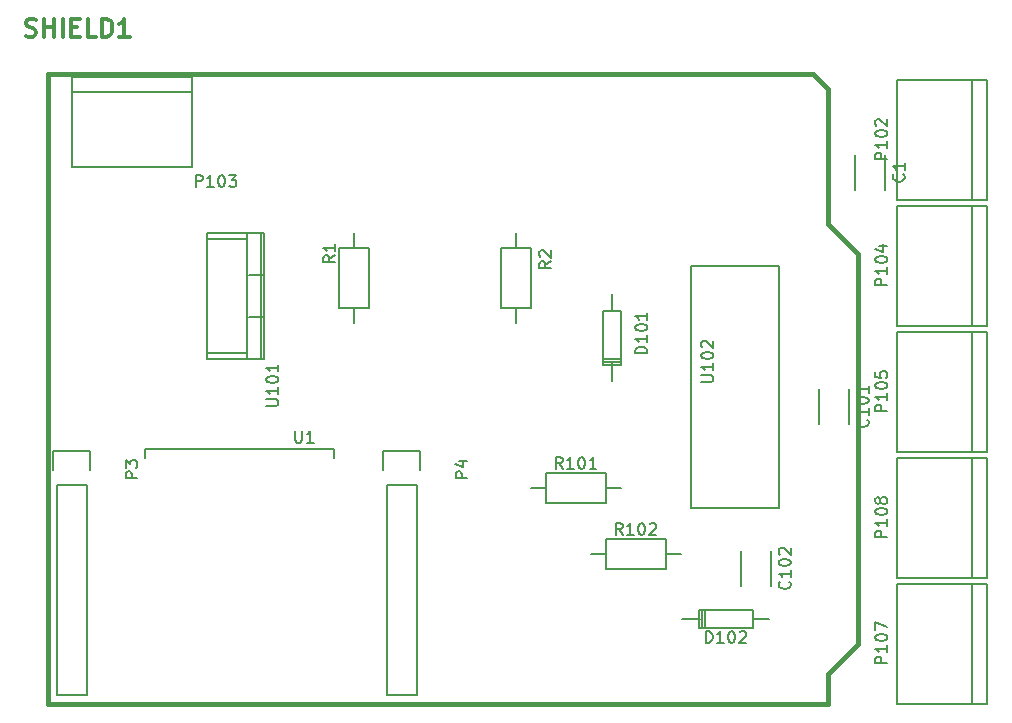
<source format=gbr>
G04 #@! TF.FileFunction,Legend,Top*
%FSLAX46Y46*%
G04 Gerber Fmt 4.6, Leading zero omitted, Abs format (unit mm)*
G04 Created by KiCad (PCBNEW 4.0.2+dfsg1-stable) date sáb 28 ene 2017 09:14:19 CET*
%MOMM*%
G01*
G04 APERTURE LIST*
%ADD10C,0.100000*%
%ADD11C,0.381000*%
%ADD12C,0.150000*%
%ADD13C,0.152400*%
%ADD14C,0.304800*%
G04 APERTURE END LIST*
D10*
D11*
X138176000Y-44196000D02*
X138176000Y-32766000D01*
X138176000Y-32766000D02*
X136906000Y-31496000D01*
X136906000Y-31496000D02*
X72136000Y-31496000D01*
X138176000Y-84836000D02*
X72136000Y-84836000D01*
X72136000Y-84836000D02*
X72136000Y-31496000D01*
X138176000Y-44196000D02*
X140716000Y-46736000D01*
X140716000Y-46736000D02*
X140716000Y-79756000D01*
X140716000Y-79756000D02*
X138176000Y-82296000D01*
X138176000Y-82296000D02*
X138176000Y-84836000D01*
D12*
X72898000Y-66294000D02*
X72898000Y-84074000D01*
X72898000Y-84074000D02*
X75438000Y-84074000D01*
X75438000Y-84074000D02*
X75438000Y-66294000D01*
X72618000Y-63474000D02*
X72618000Y-65024000D01*
X72898000Y-66294000D02*
X75438000Y-66294000D01*
X75718000Y-65024000D02*
X75718000Y-63474000D01*
X75718000Y-63474000D02*
X72618000Y-63474000D01*
D13*
X96354900Y-64033400D02*
X96354900Y-63271400D01*
X96354900Y-63271400D02*
X80352900Y-63271400D01*
X80352900Y-63271400D02*
X80352900Y-64033400D01*
D12*
X100838000Y-66294000D02*
X100838000Y-84074000D01*
X100838000Y-84074000D02*
X103378000Y-84074000D01*
X103378000Y-84074000D02*
X103378000Y-66294000D01*
X100558000Y-63474000D02*
X100558000Y-65024000D01*
X100838000Y-66294000D02*
X103378000Y-66294000D01*
X103658000Y-65024000D02*
X103658000Y-63474000D01*
X103658000Y-63474000D02*
X100558000Y-63474000D01*
X142982000Y-38358000D02*
X142982000Y-41358000D01*
X140482000Y-41358000D02*
X140482000Y-38358000D01*
X139934000Y-58170000D02*
X139934000Y-61170000D01*
X137434000Y-61170000D02*
X137434000Y-58170000D01*
X133330000Y-71886000D02*
X133330000Y-74886000D01*
X130830000Y-74886000D02*
X130830000Y-71886000D01*
X119885460Y-51561480D02*
X119885460Y-50164480D01*
X119885460Y-56006480D02*
X119885460Y-57530480D01*
X119123460Y-55625480D02*
X120647460Y-55625480D01*
X119123460Y-55879480D02*
X120647460Y-55879480D01*
X119885460Y-56133480D02*
X120647460Y-56133480D01*
X120647460Y-56133480D02*
X120647460Y-51561480D01*
X120647460Y-51561480D02*
X119123460Y-51561480D01*
X119123460Y-51561480D02*
X119123460Y-56133480D01*
X119123460Y-56133480D02*
X119885460Y-56133480D01*
X131826520Y-77721460D02*
X133223520Y-77721460D01*
X127381520Y-77721460D02*
X125857520Y-77721460D01*
X127762520Y-76959460D02*
X127762520Y-78483460D01*
X127508520Y-76959460D02*
X127508520Y-78483460D01*
X127254520Y-77721460D02*
X127254520Y-78483460D01*
X127254520Y-78483460D02*
X131826520Y-78483460D01*
X131826520Y-78483460D02*
X131826520Y-76959460D01*
X131826520Y-76959460D02*
X127254520Y-76959460D01*
X127254520Y-76959460D02*
X127254520Y-77721460D01*
X150368000Y-53340000D02*
X150368000Y-63500000D01*
X151638000Y-53340000D02*
X144018000Y-53340000D01*
X144018000Y-53340000D02*
X144018000Y-63500000D01*
X144018000Y-63500000D02*
X151638000Y-63500000D01*
X151638000Y-63500000D02*
X151638000Y-53340000D01*
X150368000Y-74676000D02*
X150368000Y-84836000D01*
X151638000Y-74676000D02*
X144018000Y-74676000D01*
X144018000Y-74676000D02*
X144018000Y-84836000D01*
X144018000Y-84836000D02*
X151638000Y-84836000D01*
X151638000Y-84836000D02*
X151638000Y-74676000D01*
X114300000Y-65278000D02*
X119380000Y-65278000D01*
X119380000Y-65278000D02*
X119380000Y-67818000D01*
X119380000Y-67818000D02*
X114300000Y-67818000D01*
X114300000Y-67818000D02*
X114300000Y-65278000D01*
X114300000Y-66548000D02*
X113030000Y-66548000D01*
X119380000Y-66548000D02*
X120650000Y-66548000D01*
X119380000Y-70866000D02*
X124460000Y-70866000D01*
X124460000Y-70866000D02*
X124460000Y-73406000D01*
X124460000Y-73406000D02*
X119380000Y-73406000D01*
X119380000Y-73406000D02*
X119380000Y-70866000D01*
X119380000Y-72136000D02*
X118110000Y-72136000D01*
X124460000Y-72136000D02*
X125730000Y-72136000D01*
X134088000Y-47792000D02*
X134088000Y-68292000D01*
X134088000Y-68292000D02*
X126588000Y-68292000D01*
X126588000Y-68292000D02*
X126588000Y-47792000D01*
X126588000Y-47792000D02*
X134088000Y-47792000D01*
X150368000Y-32004000D02*
X150368000Y-42164000D01*
X151638000Y-32004000D02*
X144018000Y-32004000D01*
X144018000Y-32004000D02*
X144018000Y-42164000D01*
X144018000Y-42164000D02*
X151638000Y-42164000D01*
X151638000Y-42164000D02*
X151638000Y-32004000D01*
X74168000Y-33020000D02*
X84328000Y-33020000D01*
X74168000Y-31750000D02*
X74168000Y-39370000D01*
X74168000Y-39370000D02*
X84328000Y-39370000D01*
X84328000Y-39370000D02*
X84328000Y-31750000D01*
X84328000Y-31750000D02*
X74168000Y-31750000D01*
X150368000Y-42672000D02*
X150368000Y-52832000D01*
X151638000Y-42672000D02*
X144018000Y-42672000D01*
X144018000Y-42672000D02*
X144018000Y-52832000D01*
X144018000Y-52832000D02*
X151638000Y-52832000D01*
X151638000Y-52832000D02*
X151638000Y-42672000D01*
X89027000Y-55118000D02*
X85598000Y-55118000D01*
X89027000Y-45466000D02*
X85598000Y-45466000D01*
X90170000Y-55626000D02*
X90170000Y-44958000D01*
X89154000Y-52070000D02*
X90424000Y-52070000D01*
X89154000Y-48514000D02*
X90424000Y-48514000D01*
X89027000Y-44958000D02*
X89027000Y-55626000D01*
X85598000Y-55626000D02*
X85598000Y-44958000D01*
X90424000Y-44958000D02*
X85598000Y-44958000D01*
X90424000Y-55626000D02*
X85598000Y-55626000D01*
X90424000Y-55626000D02*
X90424000Y-44958000D01*
X150368000Y-64008000D02*
X150368000Y-74168000D01*
X151638000Y-64008000D02*
X144018000Y-64008000D01*
X144018000Y-64008000D02*
X144018000Y-74168000D01*
X144018000Y-74168000D02*
X151638000Y-74168000D01*
X151638000Y-74168000D02*
X151638000Y-64008000D01*
X96774000Y-51308000D02*
X96774000Y-46228000D01*
X96774000Y-46228000D02*
X99314000Y-46228000D01*
X99314000Y-46228000D02*
X99314000Y-51308000D01*
X99314000Y-51308000D02*
X96774000Y-51308000D01*
X98044000Y-51308000D02*
X98044000Y-52578000D01*
X98044000Y-46228000D02*
X98044000Y-44958000D01*
X110490000Y-51308000D02*
X110490000Y-46228000D01*
X110490000Y-46228000D02*
X113030000Y-46228000D01*
X113030000Y-46228000D02*
X113030000Y-51308000D01*
X113030000Y-51308000D02*
X110490000Y-51308000D01*
X111760000Y-51308000D02*
X111760000Y-52578000D01*
X111760000Y-46228000D02*
X111760000Y-44958000D01*
D14*
X70285429Y-28302857D02*
X70503143Y-28375429D01*
X70866000Y-28375429D01*
X71011143Y-28302857D01*
X71083714Y-28230286D01*
X71156286Y-28085143D01*
X71156286Y-27940000D01*
X71083714Y-27794857D01*
X71011143Y-27722286D01*
X70866000Y-27649714D01*
X70575714Y-27577143D01*
X70430572Y-27504571D01*
X70358000Y-27432000D01*
X70285429Y-27286857D01*
X70285429Y-27141714D01*
X70358000Y-26996571D01*
X70430572Y-26924000D01*
X70575714Y-26851429D01*
X70938572Y-26851429D01*
X71156286Y-26924000D01*
X71809429Y-28375429D02*
X71809429Y-26851429D01*
X71809429Y-27577143D02*
X72680286Y-27577143D01*
X72680286Y-28375429D02*
X72680286Y-26851429D01*
X73406000Y-28375429D02*
X73406000Y-26851429D01*
X74131714Y-27577143D02*
X74639714Y-27577143D01*
X74857428Y-28375429D02*
X74131714Y-28375429D01*
X74131714Y-26851429D01*
X74857428Y-26851429D01*
X76236285Y-28375429D02*
X75510571Y-28375429D01*
X75510571Y-26851429D01*
X76744285Y-28375429D02*
X76744285Y-26851429D01*
X77107142Y-26851429D01*
X77324857Y-26924000D01*
X77469999Y-27069143D01*
X77542571Y-27214286D01*
X77615142Y-27504571D01*
X77615142Y-27722286D01*
X77542571Y-28012571D01*
X77469999Y-28157714D01*
X77324857Y-28302857D01*
X77107142Y-28375429D01*
X76744285Y-28375429D01*
X79066571Y-28375429D02*
X78195714Y-28375429D01*
X78631142Y-28375429D02*
X78631142Y-26851429D01*
X78485999Y-27069143D01*
X78340857Y-27214286D01*
X78195714Y-27286857D01*
D12*
X79720381Y-65762095D02*
X78720381Y-65762095D01*
X78720381Y-65381142D01*
X78768000Y-65285904D01*
X78815619Y-65238285D01*
X78910857Y-65190666D01*
X79053714Y-65190666D01*
X79148952Y-65238285D01*
X79196571Y-65285904D01*
X79244190Y-65381142D01*
X79244190Y-65762095D01*
X78720381Y-64857333D02*
X78720381Y-64238285D01*
X79101333Y-64571619D01*
X79101333Y-64428761D01*
X79148952Y-64333523D01*
X79196571Y-64285904D01*
X79291810Y-64238285D01*
X79529905Y-64238285D01*
X79625143Y-64285904D01*
X79672762Y-64333523D01*
X79720381Y-64428761D01*
X79720381Y-64714476D01*
X79672762Y-64809714D01*
X79625143Y-64857333D01*
X93076995Y-61744781D02*
X93076995Y-62554305D01*
X93124614Y-62649543D01*
X93172233Y-62697162D01*
X93267471Y-62744781D01*
X93457948Y-62744781D01*
X93553186Y-62697162D01*
X93600805Y-62649543D01*
X93648424Y-62554305D01*
X93648424Y-61744781D01*
X94648424Y-62744781D02*
X94076995Y-62744781D01*
X94362709Y-62744781D02*
X94362709Y-61744781D01*
X94267471Y-61887638D01*
X94172233Y-61982876D01*
X94076995Y-62030495D01*
X107660381Y-65762095D02*
X106660381Y-65762095D01*
X106660381Y-65381142D01*
X106708000Y-65285904D01*
X106755619Y-65238285D01*
X106850857Y-65190666D01*
X106993714Y-65190666D01*
X107088952Y-65238285D01*
X107136571Y-65285904D01*
X107184190Y-65381142D01*
X107184190Y-65762095D01*
X106993714Y-64333523D02*
X107660381Y-64333523D01*
X106612762Y-64571619D02*
X107327048Y-64809714D01*
X107327048Y-64190666D01*
X144589143Y-40024666D02*
X144636762Y-40072285D01*
X144684381Y-40215142D01*
X144684381Y-40310380D01*
X144636762Y-40453238D01*
X144541524Y-40548476D01*
X144446286Y-40596095D01*
X144255810Y-40643714D01*
X144112952Y-40643714D01*
X143922476Y-40596095D01*
X143827238Y-40548476D01*
X143732000Y-40453238D01*
X143684381Y-40310380D01*
X143684381Y-40215142D01*
X143732000Y-40072285D01*
X143779619Y-40024666D01*
X144684381Y-39072285D02*
X144684381Y-39643714D01*
X144684381Y-39358000D02*
X143684381Y-39358000D01*
X143827238Y-39453238D01*
X143922476Y-39548476D01*
X143970095Y-39643714D01*
X141541143Y-60789047D02*
X141588762Y-60836666D01*
X141636381Y-60979523D01*
X141636381Y-61074761D01*
X141588762Y-61217619D01*
X141493524Y-61312857D01*
X141398286Y-61360476D01*
X141207810Y-61408095D01*
X141064952Y-61408095D01*
X140874476Y-61360476D01*
X140779238Y-61312857D01*
X140684000Y-61217619D01*
X140636381Y-61074761D01*
X140636381Y-60979523D01*
X140684000Y-60836666D01*
X140731619Y-60789047D01*
X141636381Y-59836666D02*
X141636381Y-60408095D01*
X141636381Y-60122381D02*
X140636381Y-60122381D01*
X140779238Y-60217619D01*
X140874476Y-60312857D01*
X140922095Y-60408095D01*
X140636381Y-59217619D02*
X140636381Y-59122380D01*
X140684000Y-59027142D01*
X140731619Y-58979523D01*
X140826857Y-58931904D01*
X141017333Y-58884285D01*
X141255429Y-58884285D01*
X141445905Y-58931904D01*
X141541143Y-58979523D01*
X141588762Y-59027142D01*
X141636381Y-59122380D01*
X141636381Y-59217619D01*
X141588762Y-59312857D01*
X141541143Y-59360476D01*
X141445905Y-59408095D01*
X141255429Y-59455714D01*
X141017333Y-59455714D01*
X140826857Y-59408095D01*
X140731619Y-59360476D01*
X140684000Y-59312857D01*
X140636381Y-59217619D01*
X141636381Y-57931904D02*
X141636381Y-58503333D01*
X141636381Y-58217619D02*
X140636381Y-58217619D01*
X140779238Y-58312857D01*
X140874476Y-58408095D01*
X140922095Y-58503333D01*
X134937143Y-74505047D02*
X134984762Y-74552666D01*
X135032381Y-74695523D01*
X135032381Y-74790761D01*
X134984762Y-74933619D01*
X134889524Y-75028857D01*
X134794286Y-75076476D01*
X134603810Y-75124095D01*
X134460952Y-75124095D01*
X134270476Y-75076476D01*
X134175238Y-75028857D01*
X134080000Y-74933619D01*
X134032381Y-74790761D01*
X134032381Y-74695523D01*
X134080000Y-74552666D01*
X134127619Y-74505047D01*
X135032381Y-73552666D02*
X135032381Y-74124095D01*
X135032381Y-73838381D02*
X134032381Y-73838381D01*
X134175238Y-73933619D01*
X134270476Y-74028857D01*
X134318095Y-74124095D01*
X134032381Y-72933619D02*
X134032381Y-72838380D01*
X134080000Y-72743142D01*
X134127619Y-72695523D01*
X134222857Y-72647904D01*
X134413333Y-72600285D01*
X134651429Y-72600285D01*
X134841905Y-72647904D01*
X134937143Y-72695523D01*
X134984762Y-72743142D01*
X135032381Y-72838380D01*
X135032381Y-72933619D01*
X134984762Y-73028857D01*
X134937143Y-73076476D01*
X134841905Y-73124095D01*
X134651429Y-73171714D01*
X134413333Y-73171714D01*
X134222857Y-73124095D01*
X134127619Y-73076476D01*
X134080000Y-73028857D01*
X134032381Y-72933619D01*
X134127619Y-72219333D02*
X134080000Y-72171714D01*
X134032381Y-72076476D01*
X134032381Y-71838380D01*
X134080000Y-71743142D01*
X134127619Y-71695523D01*
X134222857Y-71647904D01*
X134318095Y-71647904D01*
X134460952Y-71695523D01*
X135032381Y-72266952D01*
X135032381Y-71647904D01*
X122877841Y-55187956D02*
X121877841Y-55187956D01*
X121877841Y-54949861D01*
X121925460Y-54807003D01*
X122020698Y-54711765D01*
X122115936Y-54664146D01*
X122306412Y-54616527D01*
X122449270Y-54616527D01*
X122639746Y-54664146D01*
X122734984Y-54711765D01*
X122830222Y-54807003D01*
X122877841Y-54949861D01*
X122877841Y-55187956D01*
X122877841Y-53664146D02*
X122877841Y-54235575D01*
X122877841Y-53949861D02*
X121877841Y-53949861D01*
X122020698Y-54045099D01*
X122115936Y-54140337D01*
X122163555Y-54235575D01*
X121877841Y-53045099D02*
X121877841Y-52949860D01*
X121925460Y-52854622D01*
X121973079Y-52807003D01*
X122068317Y-52759384D01*
X122258793Y-52711765D01*
X122496889Y-52711765D01*
X122687365Y-52759384D01*
X122782603Y-52807003D01*
X122830222Y-52854622D01*
X122877841Y-52949860D01*
X122877841Y-53045099D01*
X122830222Y-53140337D01*
X122782603Y-53187956D01*
X122687365Y-53235575D01*
X122496889Y-53283194D01*
X122258793Y-53283194D01*
X122068317Y-53235575D01*
X121973079Y-53187956D01*
X121925460Y-53140337D01*
X121877841Y-53045099D01*
X122877841Y-51759384D02*
X122877841Y-52330813D01*
X122877841Y-52045099D02*
X121877841Y-52045099D01*
X122020698Y-52140337D01*
X122115936Y-52235575D01*
X122163555Y-52330813D01*
X127849524Y-79700381D02*
X127849524Y-78700381D01*
X128087619Y-78700381D01*
X128230477Y-78748000D01*
X128325715Y-78843238D01*
X128373334Y-78938476D01*
X128420953Y-79128952D01*
X128420953Y-79271810D01*
X128373334Y-79462286D01*
X128325715Y-79557524D01*
X128230477Y-79652762D01*
X128087619Y-79700381D01*
X127849524Y-79700381D01*
X129373334Y-79700381D02*
X128801905Y-79700381D01*
X129087619Y-79700381D02*
X129087619Y-78700381D01*
X128992381Y-78843238D01*
X128897143Y-78938476D01*
X128801905Y-78986095D01*
X129992381Y-78700381D02*
X130087620Y-78700381D01*
X130182858Y-78748000D01*
X130230477Y-78795619D01*
X130278096Y-78890857D01*
X130325715Y-79081333D01*
X130325715Y-79319429D01*
X130278096Y-79509905D01*
X130230477Y-79605143D01*
X130182858Y-79652762D01*
X130087620Y-79700381D01*
X129992381Y-79700381D01*
X129897143Y-79652762D01*
X129849524Y-79605143D01*
X129801905Y-79509905D01*
X129754286Y-79319429D01*
X129754286Y-79081333D01*
X129801905Y-78890857D01*
X129849524Y-78795619D01*
X129897143Y-78748000D01*
X129992381Y-78700381D01*
X130706667Y-78795619D02*
X130754286Y-78748000D01*
X130849524Y-78700381D01*
X131087620Y-78700381D01*
X131182858Y-78748000D01*
X131230477Y-78795619D01*
X131278096Y-78890857D01*
X131278096Y-78986095D01*
X131230477Y-79128952D01*
X130659048Y-79700381D01*
X131278096Y-79700381D01*
X143200381Y-60110476D02*
X142200381Y-60110476D01*
X142200381Y-59729523D01*
X142248000Y-59634285D01*
X142295619Y-59586666D01*
X142390857Y-59539047D01*
X142533714Y-59539047D01*
X142628952Y-59586666D01*
X142676571Y-59634285D01*
X142724190Y-59729523D01*
X142724190Y-60110476D01*
X143200381Y-58586666D02*
X143200381Y-59158095D01*
X143200381Y-58872381D02*
X142200381Y-58872381D01*
X142343238Y-58967619D01*
X142438476Y-59062857D01*
X142486095Y-59158095D01*
X142200381Y-57967619D02*
X142200381Y-57872380D01*
X142248000Y-57777142D01*
X142295619Y-57729523D01*
X142390857Y-57681904D01*
X142581333Y-57634285D01*
X142819429Y-57634285D01*
X143009905Y-57681904D01*
X143105143Y-57729523D01*
X143152762Y-57777142D01*
X143200381Y-57872380D01*
X143200381Y-57967619D01*
X143152762Y-58062857D01*
X143105143Y-58110476D01*
X143009905Y-58158095D01*
X142819429Y-58205714D01*
X142581333Y-58205714D01*
X142390857Y-58158095D01*
X142295619Y-58110476D01*
X142248000Y-58062857D01*
X142200381Y-57967619D01*
X142200381Y-56729523D02*
X142200381Y-57205714D01*
X142676571Y-57253333D01*
X142628952Y-57205714D01*
X142581333Y-57110476D01*
X142581333Y-56872380D01*
X142628952Y-56777142D01*
X142676571Y-56729523D01*
X142771810Y-56681904D01*
X143009905Y-56681904D01*
X143105143Y-56729523D01*
X143152762Y-56777142D01*
X143200381Y-56872380D01*
X143200381Y-57110476D01*
X143152762Y-57205714D01*
X143105143Y-57253333D01*
X143200381Y-81446476D02*
X142200381Y-81446476D01*
X142200381Y-81065523D01*
X142248000Y-80970285D01*
X142295619Y-80922666D01*
X142390857Y-80875047D01*
X142533714Y-80875047D01*
X142628952Y-80922666D01*
X142676571Y-80970285D01*
X142724190Y-81065523D01*
X142724190Y-81446476D01*
X143200381Y-79922666D02*
X143200381Y-80494095D01*
X143200381Y-80208381D02*
X142200381Y-80208381D01*
X142343238Y-80303619D01*
X142438476Y-80398857D01*
X142486095Y-80494095D01*
X142200381Y-79303619D02*
X142200381Y-79208380D01*
X142248000Y-79113142D01*
X142295619Y-79065523D01*
X142390857Y-79017904D01*
X142581333Y-78970285D01*
X142819429Y-78970285D01*
X143009905Y-79017904D01*
X143105143Y-79065523D01*
X143152762Y-79113142D01*
X143200381Y-79208380D01*
X143200381Y-79303619D01*
X143152762Y-79398857D01*
X143105143Y-79446476D01*
X143009905Y-79494095D01*
X142819429Y-79541714D01*
X142581333Y-79541714D01*
X142390857Y-79494095D01*
X142295619Y-79446476D01*
X142248000Y-79398857D01*
X142200381Y-79303619D01*
X142200381Y-78636952D02*
X142200381Y-77970285D01*
X143200381Y-78398857D01*
X115720953Y-64968381D02*
X115387619Y-64492190D01*
X115149524Y-64968381D02*
X115149524Y-63968381D01*
X115530477Y-63968381D01*
X115625715Y-64016000D01*
X115673334Y-64063619D01*
X115720953Y-64158857D01*
X115720953Y-64301714D01*
X115673334Y-64396952D01*
X115625715Y-64444571D01*
X115530477Y-64492190D01*
X115149524Y-64492190D01*
X116673334Y-64968381D02*
X116101905Y-64968381D01*
X116387619Y-64968381D02*
X116387619Y-63968381D01*
X116292381Y-64111238D01*
X116197143Y-64206476D01*
X116101905Y-64254095D01*
X117292381Y-63968381D02*
X117387620Y-63968381D01*
X117482858Y-64016000D01*
X117530477Y-64063619D01*
X117578096Y-64158857D01*
X117625715Y-64349333D01*
X117625715Y-64587429D01*
X117578096Y-64777905D01*
X117530477Y-64873143D01*
X117482858Y-64920762D01*
X117387620Y-64968381D01*
X117292381Y-64968381D01*
X117197143Y-64920762D01*
X117149524Y-64873143D01*
X117101905Y-64777905D01*
X117054286Y-64587429D01*
X117054286Y-64349333D01*
X117101905Y-64158857D01*
X117149524Y-64063619D01*
X117197143Y-64016000D01*
X117292381Y-63968381D01*
X118578096Y-64968381D02*
X118006667Y-64968381D01*
X118292381Y-64968381D02*
X118292381Y-63968381D01*
X118197143Y-64111238D01*
X118101905Y-64206476D01*
X118006667Y-64254095D01*
X120800953Y-70556381D02*
X120467619Y-70080190D01*
X120229524Y-70556381D02*
X120229524Y-69556381D01*
X120610477Y-69556381D01*
X120705715Y-69604000D01*
X120753334Y-69651619D01*
X120800953Y-69746857D01*
X120800953Y-69889714D01*
X120753334Y-69984952D01*
X120705715Y-70032571D01*
X120610477Y-70080190D01*
X120229524Y-70080190D01*
X121753334Y-70556381D02*
X121181905Y-70556381D01*
X121467619Y-70556381D02*
X121467619Y-69556381D01*
X121372381Y-69699238D01*
X121277143Y-69794476D01*
X121181905Y-69842095D01*
X122372381Y-69556381D02*
X122467620Y-69556381D01*
X122562858Y-69604000D01*
X122610477Y-69651619D01*
X122658096Y-69746857D01*
X122705715Y-69937333D01*
X122705715Y-70175429D01*
X122658096Y-70365905D01*
X122610477Y-70461143D01*
X122562858Y-70508762D01*
X122467620Y-70556381D01*
X122372381Y-70556381D01*
X122277143Y-70508762D01*
X122229524Y-70461143D01*
X122181905Y-70365905D01*
X122134286Y-70175429D01*
X122134286Y-69937333D01*
X122181905Y-69746857D01*
X122229524Y-69651619D01*
X122277143Y-69604000D01*
X122372381Y-69556381D01*
X123086667Y-69651619D02*
X123134286Y-69604000D01*
X123229524Y-69556381D01*
X123467620Y-69556381D01*
X123562858Y-69604000D01*
X123610477Y-69651619D01*
X123658096Y-69746857D01*
X123658096Y-69842095D01*
X123610477Y-69984952D01*
X123039048Y-70556381D01*
X123658096Y-70556381D01*
X127468381Y-57594286D02*
X128277905Y-57594286D01*
X128373143Y-57546667D01*
X128420762Y-57499048D01*
X128468381Y-57403810D01*
X128468381Y-57213333D01*
X128420762Y-57118095D01*
X128373143Y-57070476D01*
X128277905Y-57022857D01*
X127468381Y-57022857D01*
X128468381Y-56022857D02*
X128468381Y-56594286D01*
X128468381Y-56308572D02*
X127468381Y-56308572D01*
X127611238Y-56403810D01*
X127706476Y-56499048D01*
X127754095Y-56594286D01*
X127468381Y-55403810D02*
X127468381Y-55308571D01*
X127516000Y-55213333D01*
X127563619Y-55165714D01*
X127658857Y-55118095D01*
X127849333Y-55070476D01*
X128087429Y-55070476D01*
X128277905Y-55118095D01*
X128373143Y-55165714D01*
X128420762Y-55213333D01*
X128468381Y-55308571D01*
X128468381Y-55403810D01*
X128420762Y-55499048D01*
X128373143Y-55546667D01*
X128277905Y-55594286D01*
X128087429Y-55641905D01*
X127849333Y-55641905D01*
X127658857Y-55594286D01*
X127563619Y-55546667D01*
X127516000Y-55499048D01*
X127468381Y-55403810D01*
X127563619Y-54689524D02*
X127516000Y-54641905D01*
X127468381Y-54546667D01*
X127468381Y-54308571D01*
X127516000Y-54213333D01*
X127563619Y-54165714D01*
X127658857Y-54118095D01*
X127754095Y-54118095D01*
X127896952Y-54165714D01*
X128468381Y-54737143D01*
X128468381Y-54118095D01*
X143200381Y-38774476D02*
X142200381Y-38774476D01*
X142200381Y-38393523D01*
X142248000Y-38298285D01*
X142295619Y-38250666D01*
X142390857Y-38203047D01*
X142533714Y-38203047D01*
X142628952Y-38250666D01*
X142676571Y-38298285D01*
X142724190Y-38393523D01*
X142724190Y-38774476D01*
X143200381Y-37250666D02*
X143200381Y-37822095D01*
X143200381Y-37536381D02*
X142200381Y-37536381D01*
X142343238Y-37631619D01*
X142438476Y-37726857D01*
X142486095Y-37822095D01*
X142200381Y-36631619D02*
X142200381Y-36536380D01*
X142248000Y-36441142D01*
X142295619Y-36393523D01*
X142390857Y-36345904D01*
X142581333Y-36298285D01*
X142819429Y-36298285D01*
X143009905Y-36345904D01*
X143105143Y-36393523D01*
X143152762Y-36441142D01*
X143200381Y-36536380D01*
X143200381Y-36631619D01*
X143152762Y-36726857D01*
X143105143Y-36774476D01*
X143009905Y-36822095D01*
X142819429Y-36869714D01*
X142581333Y-36869714D01*
X142390857Y-36822095D01*
X142295619Y-36774476D01*
X142248000Y-36726857D01*
X142200381Y-36631619D01*
X142295619Y-35917333D02*
X142248000Y-35869714D01*
X142200381Y-35774476D01*
X142200381Y-35536380D01*
X142248000Y-35441142D01*
X142295619Y-35393523D01*
X142390857Y-35345904D01*
X142486095Y-35345904D01*
X142628952Y-35393523D01*
X143200381Y-35964952D01*
X143200381Y-35345904D01*
X84669524Y-41092381D02*
X84669524Y-40092381D01*
X85050477Y-40092381D01*
X85145715Y-40140000D01*
X85193334Y-40187619D01*
X85240953Y-40282857D01*
X85240953Y-40425714D01*
X85193334Y-40520952D01*
X85145715Y-40568571D01*
X85050477Y-40616190D01*
X84669524Y-40616190D01*
X86193334Y-41092381D02*
X85621905Y-41092381D01*
X85907619Y-41092381D02*
X85907619Y-40092381D01*
X85812381Y-40235238D01*
X85717143Y-40330476D01*
X85621905Y-40378095D01*
X86812381Y-40092381D02*
X86907620Y-40092381D01*
X87002858Y-40140000D01*
X87050477Y-40187619D01*
X87098096Y-40282857D01*
X87145715Y-40473333D01*
X87145715Y-40711429D01*
X87098096Y-40901905D01*
X87050477Y-40997143D01*
X87002858Y-41044762D01*
X86907620Y-41092381D01*
X86812381Y-41092381D01*
X86717143Y-41044762D01*
X86669524Y-40997143D01*
X86621905Y-40901905D01*
X86574286Y-40711429D01*
X86574286Y-40473333D01*
X86621905Y-40282857D01*
X86669524Y-40187619D01*
X86717143Y-40140000D01*
X86812381Y-40092381D01*
X87479048Y-40092381D02*
X88098096Y-40092381D01*
X87764762Y-40473333D01*
X87907620Y-40473333D01*
X88002858Y-40520952D01*
X88050477Y-40568571D01*
X88098096Y-40663810D01*
X88098096Y-40901905D01*
X88050477Y-40997143D01*
X88002858Y-41044762D01*
X87907620Y-41092381D01*
X87621905Y-41092381D01*
X87526667Y-41044762D01*
X87479048Y-40997143D01*
X143200381Y-49442476D02*
X142200381Y-49442476D01*
X142200381Y-49061523D01*
X142248000Y-48966285D01*
X142295619Y-48918666D01*
X142390857Y-48871047D01*
X142533714Y-48871047D01*
X142628952Y-48918666D01*
X142676571Y-48966285D01*
X142724190Y-49061523D01*
X142724190Y-49442476D01*
X143200381Y-47918666D02*
X143200381Y-48490095D01*
X143200381Y-48204381D02*
X142200381Y-48204381D01*
X142343238Y-48299619D01*
X142438476Y-48394857D01*
X142486095Y-48490095D01*
X142200381Y-47299619D02*
X142200381Y-47204380D01*
X142248000Y-47109142D01*
X142295619Y-47061523D01*
X142390857Y-47013904D01*
X142581333Y-46966285D01*
X142819429Y-46966285D01*
X143009905Y-47013904D01*
X143105143Y-47061523D01*
X143152762Y-47109142D01*
X143200381Y-47204380D01*
X143200381Y-47299619D01*
X143152762Y-47394857D01*
X143105143Y-47442476D01*
X143009905Y-47490095D01*
X142819429Y-47537714D01*
X142581333Y-47537714D01*
X142390857Y-47490095D01*
X142295619Y-47442476D01*
X142248000Y-47394857D01*
X142200381Y-47299619D01*
X142533714Y-46109142D02*
X143200381Y-46109142D01*
X142152762Y-46347238D02*
X142867048Y-46585333D01*
X142867048Y-45966285D01*
X90638381Y-59626286D02*
X91447905Y-59626286D01*
X91543143Y-59578667D01*
X91590762Y-59531048D01*
X91638381Y-59435810D01*
X91638381Y-59245333D01*
X91590762Y-59150095D01*
X91543143Y-59102476D01*
X91447905Y-59054857D01*
X90638381Y-59054857D01*
X91638381Y-58054857D02*
X91638381Y-58626286D01*
X91638381Y-58340572D02*
X90638381Y-58340572D01*
X90781238Y-58435810D01*
X90876476Y-58531048D01*
X90924095Y-58626286D01*
X90638381Y-57435810D02*
X90638381Y-57340571D01*
X90686000Y-57245333D01*
X90733619Y-57197714D01*
X90828857Y-57150095D01*
X91019333Y-57102476D01*
X91257429Y-57102476D01*
X91447905Y-57150095D01*
X91543143Y-57197714D01*
X91590762Y-57245333D01*
X91638381Y-57340571D01*
X91638381Y-57435810D01*
X91590762Y-57531048D01*
X91543143Y-57578667D01*
X91447905Y-57626286D01*
X91257429Y-57673905D01*
X91019333Y-57673905D01*
X90828857Y-57626286D01*
X90733619Y-57578667D01*
X90686000Y-57531048D01*
X90638381Y-57435810D01*
X91638381Y-56150095D02*
X91638381Y-56721524D01*
X91638381Y-56435810D02*
X90638381Y-56435810D01*
X90781238Y-56531048D01*
X90876476Y-56626286D01*
X90924095Y-56721524D01*
X143200381Y-70778476D02*
X142200381Y-70778476D01*
X142200381Y-70397523D01*
X142248000Y-70302285D01*
X142295619Y-70254666D01*
X142390857Y-70207047D01*
X142533714Y-70207047D01*
X142628952Y-70254666D01*
X142676571Y-70302285D01*
X142724190Y-70397523D01*
X142724190Y-70778476D01*
X143200381Y-69254666D02*
X143200381Y-69826095D01*
X143200381Y-69540381D02*
X142200381Y-69540381D01*
X142343238Y-69635619D01*
X142438476Y-69730857D01*
X142486095Y-69826095D01*
X142200381Y-68635619D02*
X142200381Y-68540380D01*
X142248000Y-68445142D01*
X142295619Y-68397523D01*
X142390857Y-68349904D01*
X142581333Y-68302285D01*
X142819429Y-68302285D01*
X143009905Y-68349904D01*
X143105143Y-68397523D01*
X143152762Y-68445142D01*
X143200381Y-68540380D01*
X143200381Y-68635619D01*
X143152762Y-68730857D01*
X143105143Y-68778476D01*
X143009905Y-68826095D01*
X142819429Y-68873714D01*
X142581333Y-68873714D01*
X142390857Y-68826095D01*
X142295619Y-68778476D01*
X142248000Y-68730857D01*
X142200381Y-68635619D01*
X142628952Y-67730857D02*
X142581333Y-67826095D01*
X142533714Y-67873714D01*
X142438476Y-67921333D01*
X142390857Y-67921333D01*
X142295619Y-67873714D01*
X142248000Y-67826095D01*
X142200381Y-67730857D01*
X142200381Y-67540380D01*
X142248000Y-67445142D01*
X142295619Y-67397523D01*
X142390857Y-67349904D01*
X142438476Y-67349904D01*
X142533714Y-67397523D01*
X142581333Y-67445142D01*
X142628952Y-67540380D01*
X142628952Y-67730857D01*
X142676571Y-67826095D01*
X142724190Y-67873714D01*
X142819429Y-67921333D01*
X143009905Y-67921333D01*
X143105143Y-67873714D01*
X143152762Y-67826095D01*
X143200381Y-67730857D01*
X143200381Y-67540380D01*
X143152762Y-67445142D01*
X143105143Y-67397523D01*
X143009905Y-67349904D01*
X142819429Y-67349904D01*
X142724190Y-67397523D01*
X142676571Y-67445142D01*
X142628952Y-67540380D01*
X96464381Y-46902666D02*
X95988190Y-47236000D01*
X96464381Y-47474095D02*
X95464381Y-47474095D01*
X95464381Y-47093142D01*
X95512000Y-46997904D01*
X95559619Y-46950285D01*
X95654857Y-46902666D01*
X95797714Y-46902666D01*
X95892952Y-46950285D01*
X95940571Y-46997904D01*
X95988190Y-47093142D01*
X95988190Y-47474095D01*
X96464381Y-45950285D02*
X96464381Y-46521714D01*
X96464381Y-46236000D02*
X95464381Y-46236000D01*
X95607238Y-46331238D01*
X95702476Y-46426476D01*
X95750095Y-46521714D01*
X114752381Y-47410666D02*
X114276190Y-47744000D01*
X114752381Y-47982095D02*
X113752381Y-47982095D01*
X113752381Y-47601142D01*
X113800000Y-47505904D01*
X113847619Y-47458285D01*
X113942857Y-47410666D01*
X114085714Y-47410666D01*
X114180952Y-47458285D01*
X114228571Y-47505904D01*
X114276190Y-47601142D01*
X114276190Y-47982095D01*
X113847619Y-47029714D02*
X113800000Y-46982095D01*
X113752381Y-46886857D01*
X113752381Y-46648761D01*
X113800000Y-46553523D01*
X113847619Y-46505904D01*
X113942857Y-46458285D01*
X114038095Y-46458285D01*
X114180952Y-46505904D01*
X114752381Y-47077333D01*
X114752381Y-46458285D01*
M02*

</source>
